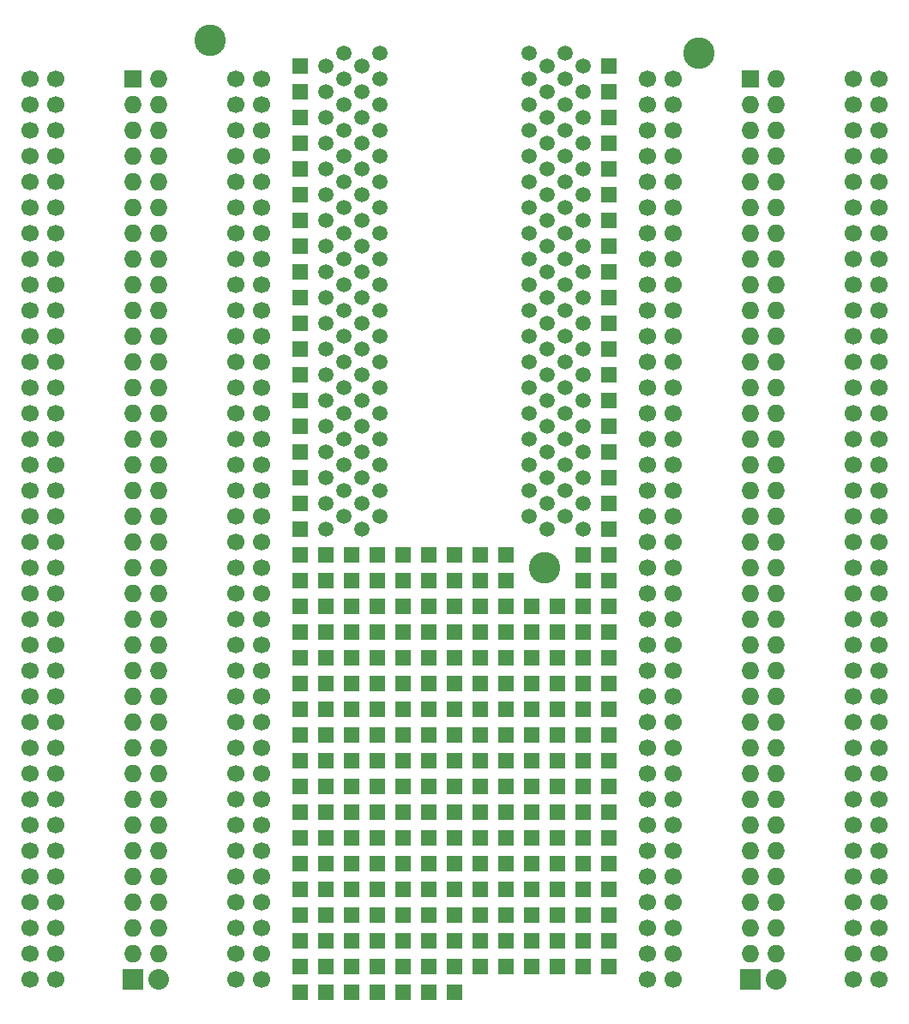
<source format=gbl>
G04 #@! TF.FileFunction,Copper,L2,Bot,Signal*
%FSLAX46Y46*%
G04 Gerber Fmt 4.6, Leading zero omitted, Abs format (unit mm)*
G04 Created by KiCad (PCBNEW 4.0.0-2.201512062335+6193~38~ubuntu15.10.1-stable) date ti 19. tammikuuta 2016 16.11.54*
%MOMM*%
G01*
G04 APERTURE LIST*
%ADD10C,0.100000*%
%ADD11R,2.032000X2.032000*%
%ADD12O,2.032000X2.032000*%
%ADD13R,1.500000X1.500000*%
%ADD14C,1.500000*%
%ADD15C,3.100000*%
%ADD16R,1.727200X1.727200*%
%ADD17O,1.727200X1.727200*%
%ADD18C,1.700000*%
G04 APERTURE END LIST*
D10*
D11*
X176784000Y-139192000D03*
D12*
X179324000Y-139192000D03*
D11*
X115824000Y-139192000D03*
D12*
X118364000Y-139192000D03*
D13*
X162814000Y-89662000D03*
X162814000Y-94742000D03*
X162814000Y-92202000D03*
X162814000Y-82042000D03*
X162814000Y-87122000D03*
X162814000Y-84582000D03*
X162814000Y-74422000D03*
X162814000Y-79502000D03*
X162814000Y-76962000D03*
X162814000Y-66802000D03*
X162814000Y-71882000D03*
X162814000Y-69342000D03*
X162814000Y-59182000D03*
X162814000Y-64262000D03*
X162814000Y-61722000D03*
X162814000Y-51562000D03*
X162814000Y-56642000D03*
X162814000Y-54102000D03*
X162814000Y-49022000D03*
X132334000Y-49022000D03*
X132334000Y-51562000D03*
X132334000Y-56642000D03*
X132334000Y-54102000D03*
X132334000Y-59182000D03*
X132334000Y-64262000D03*
X132334000Y-61722000D03*
X132334000Y-66802000D03*
X132334000Y-71882000D03*
X132334000Y-69342000D03*
X132334000Y-74422000D03*
X132334000Y-79502000D03*
X132334000Y-76962000D03*
X132334000Y-82042000D03*
X132334000Y-87122000D03*
X132334000Y-84582000D03*
X132334000Y-89662000D03*
X132334000Y-94742000D03*
X132334000Y-92202000D03*
X160274000Y-97282000D03*
X160274000Y-99822000D03*
X162814000Y-135382000D03*
X162814000Y-137922000D03*
X162814000Y-127762000D03*
X162814000Y-132842000D03*
X162814000Y-130302000D03*
X162814000Y-120142000D03*
X162814000Y-125222000D03*
X162814000Y-122682000D03*
X162814000Y-112522000D03*
X162814000Y-117602000D03*
X162814000Y-115062000D03*
X162814000Y-104902000D03*
X162814000Y-109982000D03*
X162814000Y-107442000D03*
X162814000Y-97282000D03*
X162814000Y-102362000D03*
X162814000Y-99822000D03*
X132334000Y-135382000D03*
X134874000Y-135382000D03*
X137414000Y-135382000D03*
X137414000Y-137922000D03*
X137414000Y-140462000D03*
X134874000Y-140462000D03*
X132334000Y-140462000D03*
X132334000Y-137922000D03*
X134874000Y-137922000D03*
X132334000Y-127762000D03*
X134874000Y-127762000D03*
X137414000Y-127762000D03*
X137414000Y-130302000D03*
X137414000Y-132842000D03*
X134874000Y-132842000D03*
X132334000Y-132842000D03*
X132334000Y-130302000D03*
X134874000Y-130302000D03*
X132334000Y-120142000D03*
X134874000Y-120142000D03*
X137414000Y-120142000D03*
X137414000Y-122682000D03*
X137414000Y-125222000D03*
X134874000Y-125222000D03*
X132334000Y-125222000D03*
X132334000Y-122682000D03*
X134874000Y-122682000D03*
X132334000Y-112522000D03*
X134874000Y-112522000D03*
X137414000Y-112522000D03*
X137414000Y-115062000D03*
X137414000Y-117602000D03*
X134874000Y-117602000D03*
X132334000Y-117602000D03*
X132334000Y-115062000D03*
X134874000Y-115062000D03*
X139954000Y-135382000D03*
X142494000Y-135382000D03*
X145034000Y-135382000D03*
X145034000Y-137922000D03*
X145034000Y-140462000D03*
X142494000Y-140462000D03*
X139954000Y-140462000D03*
X139954000Y-137922000D03*
X142494000Y-137922000D03*
X139954000Y-127762000D03*
X142494000Y-127762000D03*
X145034000Y-127762000D03*
X145034000Y-130302000D03*
X145034000Y-132842000D03*
X142494000Y-132842000D03*
X139954000Y-132842000D03*
X139954000Y-130302000D03*
X142494000Y-130302000D03*
X139954000Y-120142000D03*
X142494000Y-120142000D03*
X145034000Y-120142000D03*
X145034000Y-122682000D03*
X145034000Y-125222000D03*
X142494000Y-125222000D03*
X139954000Y-125222000D03*
X139954000Y-122682000D03*
X142494000Y-122682000D03*
X139954000Y-112522000D03*
X142494000Y-112522000D03*
X145034000Y-112522000D03*
X145034000Y-115062000D03*
X145034000Y-117602000D03*
X142494000Y-117602000D03*
X139954000Y-117602000D03*
X139954000Y-115062000D03*
X142494000Y-115062000D03*
X147574000Y-135382000D03*
X150114000Y-135382000D03*
X152654000Y-135382000D03*
X152654000Y-137922000D03*
X147574000Y-140462000D03*
X147574000Y-137922000D03*
X150114000Y-137922000D03*
X147574000Y-127762000D03*
X150114000Y-127762000D03*
X152654000Y-127762000D03*
X152654000Y-130302000D03*
X152654000Y-132842000D03*
X150114000Y-132842000D03*
X147574000Y-132842000D03*
X147574000Y-130302000D03*
X150114000Y-130302000D03*
X147574000Y-120142000D03*
X150114000Y-120142000D03*
X152654000Y-120142000D03*
X152654000Y-122682000D03*
X152654000Y-125222000D03*
X150114000Y-125222000D03*
X147574000Y-125222000D03*
X147574000Y-122682000D03*
X150114000Y-122682000D03*
X147574000Y-112522000D03*
X150114000Y-112522000D03*
X152654000Y-112522000D03*
X152654000Y-115062000D03*
X152654000Y-117602000D03*
X150114000Y-117602000D03*
X147574000Y-117602000D03*
X147574000Y-115062000D03*
X150114000Y-115062000D03*
X155194000Y-132842000D03*
X157734000Y-132842000D03*
X160274000Y-132842000D03*
X160274000Y-135382000D03*
X160274000Y-137922000D03*
X157734000Y-137922000D03*
X155194000Y-137922000D03*
X155194000Y-135382000D03*
X157734000Y-135382000D03*
X155194000Y-125222000D03*
X157734000Y-125222000D03*
X160274000Y-125222000D03*
X160274000Y-127762000D03*
X160274000Y-130302000D03*
X157734000Y-130302000D03*
X155194000Y-130302000D03*
X155194000Y-127762000D03*
X157734000Y-127762000D03*
X155194000Y-117602000D03*
X157734000Y-117602000D03*
X160274000Y-117602000D03*
X160274000Y-120142000D03*
X160274000Y-122682000D03*
X157734000Y-122682000D03*
X155194000Y-122682000D03*
X155194000Y-120142000D03*
X157734000Y-120142000D03*
X155194000Y-109982000D03*
X157734000Y-109982000D03*
X160274000Y-109982000D03*
X160274000Y-112522000D03*
X160274000Y-115062000D03*
X157734000Y-115062000D03*
X155194000Y-115062000D03*
X155194000Y-112522000D03*
X157734000Y-112522000D03*
X155194000Y-102362000D03*
X157734000Y-102362000D03*
X160274000Y-102362000D03*
X160274000Y-104902000D03*
X160274000Y-107442000D03*
X157734000Y-107442000D03*
X155194000Y-107442000D03*
X155194000Y-104902000D03*
X157734000Y-104902000D03*
X147574000Y-104902000D03*
X150114000Y-104902000D03*
X152654000Y-104902000D03*
X152654000Y-107442000D03*
X152654000Y-109982000D03*
X150114000Y-109982000D03*
X147574000Y-109982000D03*
X147574000Y-107442000D03*
X150114000Y-107442000D03*
X139954000Y-104902000D03*
X142494000Y-104902000D03*
X145034000Y-104902000D03*
X145034000Y-107442000D03*
X145034000Y-109982000D03*
X142494000Y-109982000D03*
X139954000Y-109982000D03*
X139954000Y-107442000D03*
X142494000Y-107442000D03*
X132334000Y-104902000D03*
X134874000Y-104902000D03*
X137414000Y-104902000D03*
X137414000Y-107442000D03*
X137414000Y-109982000D03*
X134874000Y-109982000D03*
X132334000Y-109982000D03*
X132334000Y-107442000D03*
X134874000Y-107442000D03*
X132334000Y-97282000D03*
X134874000Y-97282000D03*
X137414000Y-97282000D03*
X137414000Y-99822000D03*
X137414000Y-102362000D03*
X134874000Y-102362000D03*
X132334000Y-102362000D03*
X132334000Y-99822000D03*
X134874000Y-99822000D03*
X139954000Y-97282000D03*
X142494000Y-97282000D03*
X145034000Y-97282000D03*
X145034000Y-99822000D03*
X145034000Y-102362000D03*
X142494000Y-102362000D03*
X139954000Y-102362000D03*
X139954000Y-99822000D03*
X142494000Y-99822000D03*
D14*
X140208000Y-93472000D03*
X136652000Y-93472000D03*
X138430000Y-94742000D03*
X134874000Y-94742000D03*
X156718000Y-94742000D03*
X160274000Y-94742000D03*
X154940000Y-93472000D03*
X158496000Y-93472000D03*
X140208000Y-90932000D03*
X136652000Y-90932000D03*
X138430000Y-92202000D03*
X134874000Y-92202000D03*
X156718000Y-92202000D03*
X160274000Y-92202000D03*
X154940000Y-90932000D03*
X158496000Y-90932000D03*
X140208000Y-88392000D03*
X136652000Y-88392000D03*
X138430000Y-89662000D03*
X134874000Y-89662000D03*
X156718000Y-89662000D03*
X160274000Y-89662000D03*
X154940000Y-88392000D03*
X158496000Y-88392000D03*
X140208000Y-85852000D03*
X136652000Y-85852000D03*
X138430000Y-87122000D03*
X134874000Y-87122000D03*
X156718000Y-87122000D03*
X160274000Y-87122000D03*
X154940000Y-85852000D03*
X158496000Y-85852000D03*
X140208000Y-83312000D03*
X136652000Y-83312000D03*
X138430000Y-84582000D03*
X134874000Y-84582000D03*
X156718000Y-84582000D03*
X160274000Y-84582000D03*
X154940000Y-83312000D03*
X158496000Y-83312000D03*
X140208000Y-80772000D03*
X136652000Y-80772000D03*
X138430000Y-82042000D03*
X134874000Y-82042000D03*
X156718000Y-82042000D03*
X160274000Y-82042000D03*
X154940000Y-80772000D03*
X158496000Y-80772000D03*
X140208000Y-78232000D03*
X136652000Y-78232000D03*
X138430000Y-79502000D03*
X134874000Y-79502000D03*
X156718000Y-79502000D03*
X160274000Y-79502000D03*
X154940000Y-78232000D03*
X158496000Y-78232000D03*
X140208000Y-75692000D03*
X136652000Y-75692000D03*
X138430000Y-76962000D03*
X134874000Y-76962000D03*
X156718000Y-76962000D03*
X160274000Y-76962000D03*
X154940000Y-75692000D03*
X158496000Y-75692000D03*
X140208000Y-73152000D03*
X136652000Y-73152000D03*
X138430000Y-74422000D03*
X134874000Y-74422000D03*
X156718000Y-74422000D03*
X160274000Y-74422000D03*
X154940000Y-73152000D03*
X158496000Y-73152000D03*
X140208000Y-70612000D03*
X136652000Y-70612000D03*
X138430000Y-71882000D03*
X134874000Y-71882000D03*
X156718000Y-71882000D03*
X160274000Y-71882000D03*
X154940000Y-70612000D03*
X158496000Y-70612000D03*
X140208000Y-68072000D03*
X136652000Y-68072000D03*
X138430000Y-69342000D03*
X134874000Y-69342000D03*
X156718000Y-69342000D03*
X160274000Y-69342000D03*
X154940000Y-68072000D03*
X158496000Y-68072000D03*
X140208000Y-65532000D03*
X136652000Y-65532000D03*
X138430000Y-66802000D03*
X134874000Y-66802000D03*
X156718000Y-66802000D03*
X160274000Y-66802000D03*
X154940000Y-65532000D03*
X158496000Y-65532000D03*
X140208000Y-62992000D03*
X136652000Y-62992000D03*
X138430000Y-64262000D03*
X134874000Y-64262000D03*
X156718000Y-64262000D03*
X160274000Y-64262000D03*
X154940000Y-62992000D03*
X158496000Y-62992000D03*
X140208000Y-60452000D03*
X136652000Y-60452000D03*
X138430000Y-61722000D03*
X134874000Y-61722000D03*
X156718000Y-61722000D03*
X160274000Y-61722000D03*
X154940000Y-60452000D03*
X158496000Y-60452000D03*
X140208000Y-57912000D03*
X136652000Y-57912000D03*
X138430000Y-59182000D03*
X134874000Y-59182000D03*
X156718000Y-59182000D03*
X160274000Y-59182000D03*
X154940000Y-57912000D03*
X158496000Y-57912000D03*
X140208000Y-55372000D03*
X136652000Y-55372000D03*
X138430000Y-56642000D03*
X134874000Y-56642000D03*
X156718000Y-56642000D03*
X160274000Y-56642000D03*
X154940000Y-55372000D03*
X158496000Y-55372000D03*
X140208000Y-52832000D03*
X136652000Y-52832000D03*
X138430000Y-54102000D03*
X134874000Y-54102000D03*
X156718000Y-54102000D03*
X160274000Y-54102000D03*
X154940000Y-52832000D03*
X158496000Y-52832000D03*
X140208000Y-50292000D03*
X136652000Y-50292000D03*
X138430000Y-51562000D03*
X134874000Y-51562000D03*
X156718000Y-51562000D03*
X160274000Y-51562000D03*
X154940000Y-50292000D03*
X158496000Y-50292000D03*
D15*
X156464000Y-98552000D03*
X123444000Y-46482000D03*
D16*
X115824000Y-50292000D03*
D17*
X118364000Y-50292000D03*
X115824000Y-52832000D03*
X118364000Y-52832000D03*
X115824000Y-55372000D03*
X118364000Y-55372000D03*
X115824000Y-57912000D03*
X118364000Y-57912000D03*
X115824000Y-60452000D03*
X118364000Y-60452000D03*
X115824000Y-62992000D03*
X118364000Y-62992000D03*
X115824000Y-65532000D03*
X118364000Y-65532000D03*
X115824000Y-68072000D03*
X118364000Y-68072000D03*
X115824000Y-70612000D03*
X118364000Y-70612000D03*
X115824000Y-73152000D03*
X118364000Y-73152000D03*
X115824000Y-75692000D03*
X118364000Y-75692000D03*
X115824000Y-78232000D03*
X118364000Y-78232000D03*
X115824000Y-80772000D03*
X118364000Y-80772000D03*
X115824000Y-83312000D03*
X118364000Y-83312000D03*
X115824000Y-85852000D03*
X118364000Y-85852000D03*
X115824000Y-88392000D03*
X118364000Y-88392000D03*
X115824000Y-90932000D03*
X118364000Y-90932000D03*
X115824000Y-93472000D03*
X118364000Y-93472000D03*
X115824000Y-96012000D03*
X118364000Y-96012000D03*
X115824000Y-98552000D03*
X118364000Y-98552000D03*
X115824000Y-101092000D03*
X118364000Y-101092000D03*
X115824000Y-103632000D03*
X118364000Y-103632000D03*
X115824000Y-106172000D03*
X118364000Y-106172000D03*
X115824000Y-108712000D03*
X118364000Y-108712000D03*
X115824000Y-111252000D03*
X118364000Y-111252000D03*
X115824000Y-113792000D03*
X118364000Y-113792000D03*
X115824000Y-116332000D03*
X118364000Y-116332000D03*
X115824000Y-118872000D03*
X118364000Y-118872000D03*
X115824000Y-121412000D03*
X118364000Y-121412000D03*
X115824000Y-123952000D03*
X118364000Y-123952000D03*
X115824000Y-126492000D03*
X118364000Y-126492000D03*
X115824000Y-129032000D03*
X118364000Y-129032000D03*
X115824000Y-131572000D03*
X118364000Y-131572000D03*
X115824000Y-134112000D03*
X118364000Y-134112000D03*
X115824000Y-136652000D03*
X118364000Y-136652000D03*
D16*
X176784000Y-50292000D03*
D17*
X179324000Y-50292000D03*
X176784000Y-52832000D03*
X179324000Y-52832000D03*
X176784000Y-55372000D03*
X179324000Y-55372000D03*
X176784000Y-57912000D03*
X179324000Y-57912000D03*
X176784000Y-60452000D03*
X179324000Y-60452000D03*
X176784000Y-62992000D03*
X179324000Y-62992000D03*
X176784000Y-65532000D03*
X179324000Y-65532000D03*
X176784000Y-68072000D03*
X179324000Y-68072000D03*
X176784000Y-70612000D03*
X179324000Y-70612000D03*
X176784000Y-73152000D03*
X179324000Y-73152000D03*
X176784000Y-75692000D03*
X179324000Y-75692000D03*
X176784000Y-78232000D03*
X179324000Y-78232000D03*
X176784000Y-80772000D03*
X179324000Y-80772000D03*
X176784000Y-83312000D03*
X179324000Y-83312000D03*
X176784000Y-85852000D03*
X179324000Y-85852000D03*
X176784000Y-88392000D03*
X179324000Y-88392000D03*
X176784000Y-90932000D03*
X179324000Y-90932000D03*
X176784000Y-93472000D03*
X179324000Y-93472000D03*
X176784000Y-96012000D03*
X179324000Y-96012000D03*
X176784000Y-98552000D03*
X179324000Y-98552000D03*
X176784000Y-101092000D03*
X179324000Y-101092000D03*
X176784000Y-103632000D03*
X179324000Y-103632000D03*
X176784000Y-106172000D03*
X179324000Y-106172000D03*
X176784000Y-108712000D03*
X179324000Y-108712000D03*
X176784000Y-111252000D03*
X179324000Y-111252000D03*
X176784000Y-113792000D03*
X179324000Y-113792000D03*
X176784000Y-116332000D03*
X179324000Y-116332000D03*
X176784000Y-118872000D03*
X179324000Y-118872000D03*
X176784000Y-121412000D03*
X179324000Y-121412000D03*
X176784000Y-123952000D03*
X179324000Y-123952000D03*
X176784000Y-126492000D03*
X179324000Y-126492000D03*
X176784000Y-129032000D03*
X179324000Y-129032000D03*
X176784000Y-131572000D03*
X179324000Y-131572000D03*
X176784000Y-134112000D03*
X179324000Y-134112000D03*
X176784000Y-136652000D03*
X179324000Y-136652000D03*
D18*
X105664000Y-50292000D03*
X108204000Y-50292000D03*
X105664000Y-52832000D03*
X108204000Y-52832000D03*
X105664000Y-55372000D03*
X108204000Y-55372000D03*
X105664000Y-57912000D03*
X108204000Y-57912000D03*
X105664000Y-60452000D03*
X108204000Y-60452000D03*
X105664000Y-62992000D03*
X108204000Y-62992000D03*
X105664000Y-65532000D03*
X108204000Y-65532000D03*
X105664000Y-68072000D03*
X108204000Y-68072000D03*
X105664000Y-70612000D03*
X108204000Y-70612000D03*
X105664000Y-73152000D03*
X108204000Y-73152000D03*
X105664000Y-75692000D03*
X108204000Y-75692000D03*
X105664000Y-78232000D03*
X108204000Y-78232000D03*
X105664000Y-80772000D03*
X108204000Y-80772000D03*
X105664000Y-83312000D03*
X108204000Y-83312000D03*
X105664000Y-85852000D03*
X108204000Y-85852000D03*
X105664000Y-88392000D03*
X108204000Y-88392000D03*
X105664000Y-90932000D03*
X108204000Y-90932000D03*
X105664000Y-93472000D03*
X108204000Y-93472000D03*
X105664000Y-96012000D03*
X108204000Y-96012000D03*
X105664000Y-98552000D03*
X108204000Y-98552000D03*
X105664000Y-101092000D03*
X108204000Y-101092000D03*
X105664000Y-103632000D03*
X108204000Y-103632000D03*
X105664000Y-106172000D03*
X108204000Y-106172000D03*
X105664000Y-108712000D03*
X108204000Y-108712000D03*
X105664000Y-111252000D03*
X108204000Y-111252000D03*
X105664000Y-113792000D03*
X108204000Y-113792000D03*
X105664000Y-116332000D03*
X108204000Y-116332000D03*
X105664000Y-118872000D03*
X108204000Y-118872000D03*
X105664000Y-121412000D03*
X108204000Y-121412000D03*
X105664000Y-123952000D03*
X108204000Y-123952000D03*
X105664000Y-126492000D03*
X108204000Y-126492000D03*
X105664000Y-129032000D03*
X108204000Y-129032000D03*
X105664000Y-131572000D03*
X108204000Y-131572000D03*
X105664000Y-134112000D03*
X108204000Y-134112000D03*
X105664000Y-136652000D03*
X108204000Y-136652000D03*
X128524000Y-50292000D03*
X125984000Y-50292000D03*
X128524000Y-52832000D03*
X125984000Y-52832000D03*
X128524000Y-55372000D03*
X125984000Y-55372000D03*
X128524000Y-57912000D03*
X125984000Y-57912000D03*
X128524000Y-60452000D03*
X125984000Y-60452000D03*
X128524000Y-62992000D03*
X125984000Y-62992000D03*
X128524000Y-65532000D03*
X125984000Y-65532000D03*
X128524000Y-68072000D03*
X125984000Y-68072000D03*
X128524000Y-70612000D03*
X125984000Y-70612000D03*
X128524000Y-73152000D03*
X125984000Y-73152000D03*
X128524000Y-75692000D03*
X125984000Y-75692000D03*
X128524000Y-78232000D03*
X125984000Y-78232000D03*
X128524000Y-80772000D03*
X125984000Y-80772000D03*
X128524000Y-83312000D03*
X125984000Y-83312000D03*
X128524000Y-85852000D03*
X125984000Y-85852000D03*
X128524000Y-88392000D03*
X125984000Y-88392000D03*
X128524000Y-90932000D03*
X125984000Y-90932000D03*
X128524000Y-93472000D03*
X125984000Y-93472000D03*
X128524000Y-96012000D03*
X125984000Y-96012000D03*
X128524000Y-98552000D03*
X125984000Y-98552000D03*
X128524000Y-101092000D03*
X125984000Y-101092000D03*
X128524000Y-103632000D03*
X125984000Y-103632000D03*
X128524000Y-106172000D03*
X125984000Y-106172000D03*
X128524000Y-108712000D03*
X125984000Y-108712000D03*
X128524000Y-111252000D03*
X125984000Y-111252000D03*
X128524000Y-113792000D03*
X125984000Y-113792000D03*
X128524000Y-116332000D03*
X125984000Y-116332000D03*
X128524000Y-118872000D03*
X125984000Y-118872000D03*
X128524000Y-121412000D03*
X125984000Y-121412000D03*
X128524000Y-123952000D03*
X125984000Y-123952000D03*
X128524000Y-126492000D03*
X125984000Y-126492000D03*
X128524000Y-129032000D03*
X125984000Y-129032000D03*
X128524000Y-131572000D03*
X125984000Y-131572000D03*
X128524000Y-134112000D03*
X125984000Y-134112000D03*
X128524000Y-136652000D03*
X125984000Y-136652000D03*
X166624000Y-50292000D03*
X169164000Y-50292000D03*
X166624000Y-52832000D03*
X169164000Y-52832000D03*
X166624000Y-55372000D03*
X169164000Y-55372000D03*
X166624000Y-57912000D03*
X169164000Y-57912000D03*
X166624000Y-60452000D03*
X169164000Y-60452000D03*
X166624000Y-62992000D03*
X169164000Y-62992000D03*
X166624000Y-65532000D03*
X169164000Y-65532000D03*
X166624000Y-68072000D03*
X169164000Y-68072000D03*
X166624000Y-70612000D03*
X169164000Y-70612000D03*
X166624000Y-73152000D03*
X169164000Y-73152000D03*
X166624000Y-75692000D03*
X169164000Y-75692000D03*
X166624000Y-78232000D03*
X169164000Y-78232000D03*
X166624000Y-80772000D03*
X169164000Y-80772000D03*
X166624000Y-83312000D03*
X169164000Y-83312000D03*
X166624000Y-85852000D03*
X169164000Y-85852000D03*
X166624000Y-88392000D03*
X169164000Y-88392000D03*
X166624000Y-90932000D03*
X169164000Y-90932000D03*
X166624000Y-93472000D03*
X169164000Y-93472000D03*
X166624000Y-96012000D03*
X169164000Y-96012000D03*
X166624000Y-98552000D03*
X169164000Y-98552000D03*
X166624000Y-101092000D03*
X169164000Y-101092000D03*
X166624000Y-103632000D03*
X169164000Y-103632000D03*
X166624000Y-106172000D03*
X169164000Y-106172000D03*
X166624000Y-108712000D03*
X169164000Y-108712000D03*
X166624000Y-111252000D03*
X169164000Y-111252000D03*
X166624000Y-113792000D03*
X169164000Y-113792000D03*
X166624000Y-116332000D03*
X169164000Y-116332000D03*
X166624000Y-118872000D03*
X169164000Y-118872000D03*
X166624000Y-121412000D03*
X169164000Y-121412000D03*
X166624000Y-123952000D03*
X169164000Y-123952000D03*
X166624000Y-126492000D03*
X169164000Y-126492000D03*
X166624000Y-129032000D03*
X169164000Y-129032000D03*
X166624000Y-131572000D03*
X169164000Y-131572000D03*
X166624000Y-134112000D03*
X169164000Y-134112000D03*
X166624000Y-136652000D03*
X169164000Y-136652000D03*
X189484000Y-50292000D03*
X186944000Y-50292000D03*
X189484000Y-52832000D03*
X186944000Y-52832000D03*
X189484000Y-55372000D03*
X186944000Y-55372000D03*
X189484000Y-57912000D03*
X186944000Y-57912000D03*
X189484000Y-60452000D03*
X186944000Y-60452000D03*
X189484000Y-62992000D03*
X186944000Y-62992000D03*
X189484000Y-65532000D03*
X186944000Y-65532000D03*
X189484000Y-68072000D03*
X186944000Y-68072000D03*
X189484000Y-70612000D03*
X186944000Y-70612000D03*
X189484000Y-73152000D03*
X186944000Y-73152000D03*
X189484000Y-75692000D03*
X186944000Y-75692000D03*
X189484000Y-78232000D03*
X186944000Y-78232000D03*
X189484000Y-80772000D03*
X186944000Y-80772000D03*
X189484000Y-83312000D03*
X186944000Y-83312000D03*
X189484000Y-85852000D03*
X186944000Y-85852000D03*
X189484000Y-88392000D03*
X186944000Y-88392000D03*
X189484000Y-90932000D03*
X186944000Y-90932000D03*
X189484000Y-93472000D03*
X186944000Y-93472000D03*
X189484000Y-96012000D03*
X186944000Y-96012000D03*
X189484000Y-98552000D03*
X186944000Y-98552000D03*
X189484000Y-101092000D03*
X186944000Y-101092000D03*
X189484000Y-103632000D03*
X186944000Y-103632000D03*
X189484000Y-106172000D03*
X186944000Y-106172000D03*
X189484000Y-108712000D03*
X186944000Y-108712000D03*
X189484000Y-111252000D03*
X186944000Y-111252000D03*
X189484000Y-113792000D03*
X186944000Y-113792000D03*
X189484000Y-116332000D03*
X186944000Y-116332000D03*
X189484000Y-118872000D03*
X186944000Y-118872000D03*
X189484000Y-121412000D03*
X186944000Y-121412000D03*
X189484000Y-123952000D03*
X186944000Y-123952000D03*
X189484000Y-126492000D03*
X186944000Y-126492000D03*
X189484000Y-129032000D03*
X186944000Y-129032000D03*
X189484000Y-131572000D03*
X186944000Y-131572000D03*
X189484000Y-134112000D03*
X186944000Y-134112000D03*
X189484000Y-136652000D03*
X186944000Y-136652000D03*
X105664000Y-139192000D03*
X108204000Y-139192000D03*
X128524000Y-139192000D03*
X125984000Y-139192000D03*
X166624000Y-139192000D03*
X169164000Y-139192000D03*
X189484000Y-139192000D03*
X186944000Y-139192000D03*
D15*
X171704000Y-47752000D03*
D14*
X140208000Y-47752000D03*
X136652000Y-47752000D03*
X138430000Y-49022000D03*
X134874000Y-49022000D03*
X156718000Y-49022000D03*
X160274000Y-49022000D03*
X154940000Y-47752000D03*
X158496000Y-47752000D03*
D13*
X147574000Y-97282000D03*
X150114000Y-97282000D03*
X152654000Y-97282000D03*
X152654000Y-99822000D03*
X152654000Y-102362000D03*
X150114000Y-102362000D03*
X147574000Y-102362000D03*
X147574000Y-99822000D03*
X150114000Y-99822000D03*
M02*

</source>
